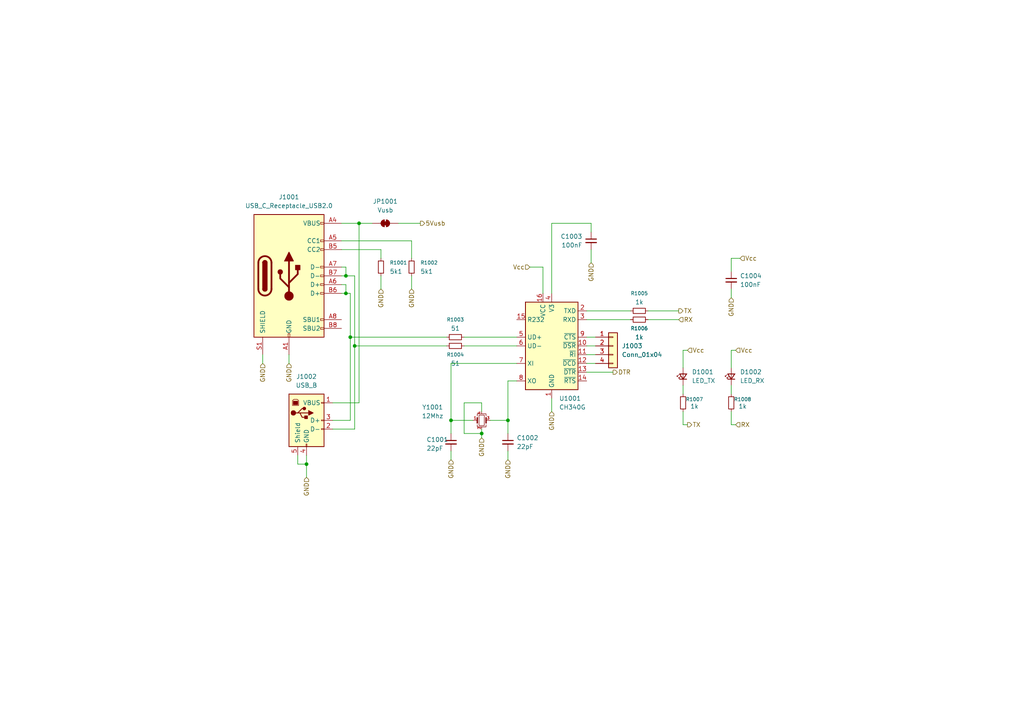
<source format=kicad_sch>
(kicad_sch (version 20250114) (generator "eeschema") (generator_version "9.0")
  (paper "A4")
  (lib_symbols
    (symbol "Connector:USB_B" (pin_names (offset 1.016))
      (property "Reference" "J" (at -5.08 11.43 0))
      (property "Value" "USB_B" (at -5.08 8.89 0))
      (symbol "USB_B_0_1"
        (rectangle (start -5.08 -7.62) (end 5.08 7.62) (stroke (width 0.254)) (fill (type background)))
        (polyline (pts (xy -4.064 4.318) (xy -2.286 4.318) (xy -2.286 5.715) (xy -2.667 6.096) (xy -3.683 6.096) (xy -4.064 5.715) (xy -4.064 4.318)))
        (rectangle (start -3.81 5.588) (end -2.54 4.572) (fill (type outline)))
        (circle (center -3.81 2.159) (radius 0.635) (stroke (width 0.254)) (fill (type outline)))
        (polyline (pts (xy -3.175 2.159) (xy -2.54 2.159) (xy -1.27 3.429) (xy -0.635 3.429)) (stroke (width 0.254)))
        (polyline (pts (xy -2.54 2.159) (xy -1.905 2.159) (xy -1.27 0.889) (xy 0 0.889)) (stroke (width 0.254)))
        (polyline (pts (xy -1.905 2.159) (xy 0.635 2.159)) (stroke (width 0.254)))
        (circle (center -0.635 3.429) (radius 0.381) (stroke (width 0.254)) (fill (type outline)))
        (rectangle (start -0.127 -7.62) (end 0.127 -6.858))
        (rectangle (start 0.254 1.27) (end -0.508 0.508) (stroke (width 0.254)) (fill (type outline)))
        (polyline (pts (xy 0.635 2.794) (xy 0.635 1.524) (xy 1.905 2.159) (xy 0.635 2.794)) (stroke (width 0.254)) (fill (type outline)))
        (rectangle (start 5.08 4.953) (end 4.318 5.207))
        (rectangle (start 5.08 -0.127) (end 4.318 0.127))
        (rectangle (start 5.08 -2.667) (end 4.318 -2.413))
      )
      (symbol "USB_B_1_1"
        (pin passive line (at -2.54 -10.16 90) (length 2.54) (name "Shield") (number "5"))
        (pin power_out line (at 0 -10.16 90) (length 2.54) (name "GND") (number "4"))
        (pin power_out line (at 7.62 5.08 180) (length 2.54) (name "VBUS") (number "1"))
        (pin bidirectional line (at 7.62 0 180) (length 2.54) (name "D+") (number "3"))
        (pin bidirectional line (at 7.62 -2.54 180) (length 2.54) (name "D-") (number "2"))
      )
    )
    (symbol "Connector:USB_C_Receptacle_USB2.0_16P" (pin_names (offset 1.016))
      (property "Reference" "J" (at 0 22.225 0))
      (property "Value" "USB_C_Receptacle_USB2.0_16P" (at 0 19.685 0))
      (symbol "USB_C_Receptacle_USB2.0_16P_0_0"
        (rectangle (start -0.254 -17.78) (end 0.254 -16.764))
        (rectangle (start 10.16 15.494) (end 9.144 14.986))
        (rectangle (start 10.16 10.414) (end 9.144 9.906))
        (rectangle (start 10.16 7.874) (end 9.144 7.366))
        (rectangle (start 10.16 2.794) (end 9.144 2.286))
        (rectangle (start 10.16 0.254) (end 9.144 -0.254))
        (rectangle (start 10.16 -2.286) (end 9.144 -2.794))
        (rectangle (start 10.16 -4.826) (end 9.144 -5.334))
        (rectangle (start 10.16 -12.446) (end 9.144 -12.954))
        (rectangle (start 10.16 -14.986) (end 9.144 -15.494))
      )
      (symbol "USB_C_Receptacle_USB2.0_16P_0_1"
        (rectangle (start -10.16 17.78) (end 10.16 -17.78) (stroke (width 0.254)) (fill (type background)))
        (polyline (pts (xy -8.89 -3.81) (xy -8.89 3.81)) (stroke (width 0.508)))
        (rectangle (start -7.62 -3.81) (end -6.35 3.81) (stroke (width 0.254)) (fill (type outline)))
        (arc (start -7.62 3.81) (mid -6.985 4.4423) (end -6.35 3.81) (stroke (width 0.254)))
        (arc (start -7.62 3.81) (mid -6.985 4.4423) (end -6.35 3.81) (stroke (width 0.254)) (fill (type outline)))
        (arc (start -8.89 3.81) (mid -6.985 5.7067) (end -5.08 3.81) (stroke (width 0.508)))
        (arc (start -5.08 -3.81) (mid -6.985 -5.7067) (end -8.89 -3.81) (stroke (width 0.508)))
        (arc (start -6.35 -3.81) (mid -6.985 -4.4423) (end -7.62 -3.81) (stroke (width 0.254)))
        (arc (start -6.35 -3.81) (mid -6.985 -4.4423) (end -7.62 -3.81) (stroke (width 0.254)) (fill (type outline)))
        (polyline (pts (xy -5.08 3.81) (xy -5.08 -3.81)) (stroke (width 0.508)))
        (circle (center -2.54 1.143) (radius 0.635) (stroke (width 0.254)) (fill (type outline)))
        (polyline (pts (xy -1.27 4.318) (xy 0 6.858) (xy 1.27 4.318) (xy -1.27 4.318)) (stroke (width 0.254)) (fill (type outline)))
        (polyline (pts (xy 0 -2.032) (xy 2.54 0.508) (xy 2.54 1.778)) (stroke (width 0.508)))
        (polyline (pts (xy 0 -3.302) (xy -2.54 -0.762) (xy -2.54 0.508)) (stroke (width 0.508)))
        (polyline (pts (xy 0 -5.842) (xy 0 4.318)) (stroke (width 0.508)))
        (circle (center 0 -5.842) (radius 1.27) (fill (type outline)))
        (rectangle (start 1.905 1.778) (end 3.175 3.048) (stroke (width 0.254)) (fill (type outline)))
      )
      (symbol "USB_C_Receptacle_USB2.0_16P_1_1"
        (pin passive line (at -7.62 -22.86 90) (length 5.08) (name "SHIELD") (number "S1"))
        (pin passive line (at 0 -22.86 90) (length 5.08) (name "GND") (number "A1"))
        (pin passive line (at 0 -22.86 90) (length 5.08) (hide yes) (name "GND") (number "A12"))
        (pin passive line (at 0 -22.86 90) (length 5.08) (hide yes) (name "GND") (number "B1"))
        (pin passive line (at 0 -22.86 90) (length 5.08) (hide yes) (name "GND") (number "B12"))
        (pin passive line (at 15.24 15.24 180) (length 5.08) (name "VBUS") (number "A4"))
        (pin passive line (at 15.24 15.24 180) (length 5.08) (hide yes) (name "VBUS") (number "A9"))
        (pin passive line (at 15.24 15.24 180) (length 5.08) (hide yes) (name "VBUS") (number "B4"))
        (pin passive line (at 15.24 15.24 180) (length 5.08) (hide yes) (name "VBUS") (number "B9"))
        (pin bidirectional line (at 15.24 10.16 180) (length 5.08) (name "CC1") (number "A5"))
        (pin bidirectional line (at 15.24 7.62 180) (length 5.08) (name "CC2") (number "B5"))
        (pin bidirectional line (at 15.24 2.54 180) (length 5.08) (name "D-") (number "A7"))
        (pin bidirectional line (at 15.24 0 180) (length 5.08) (name "D-") (number "B7"))
        (pin bidirectional line (at 15.24 -2.54 180) (length 5.08) (name "D+") (number "A6"))
        (pin bidirectional line (at 15.24 -5.08 180) (length 5.08) (name "D+") (number "B6"))
        (pin bidirectional line (at 15.24 -12.7 180) (length 5.08) (name "SBU1") (number "A8"))
        (pin bidirectional line (at 15.24 -15.24 180) (length 5.08) (name "SBU2") (number "B8"))
      )
    )
    (symbol "Connector_Generic:Conn_01x04" (pin_names (offset 1.016) (hide yes))
      (property "Reference" "J" (at 0 5.08 0))
      (property "Value" "Conn_01x04" (at 0 -7.62 0))
      (symbol "Conn_01x04_1_1"
        (rectangle (start -1.27 3.81) (end 1.27 -6.35) (stroke (width 0.254)) (fill (type background)))
        (rectangle (start -1.27 2.667) (end 0 2.413) (stroke (width 0.1524)))
        (rectangle (start -1.27 0.127) (end 0 -0.127) (stroke (width 0.1524)))
        (rectangle (start -1.27 -2.413) (end 0 -2.667) (stroke (width 0.1524)))
        (rectangle (start -1.27 -4.953) (end 0 -5.207) (stroke (width 0.1524)))
        (pin passive line (at -5.08 2.54 0) (length 3.81) (name "Pin_1") (number "1"))
        (pin passive line (at -5.08 0 0) (length 3.81) (name "Pin_2") (number "2"))
        (pin passive line (at -5.08 -2.54 0) (length 3.81) (name "Pin_3") (number "3"))
        (pin passive line (at -5.08 -5.08 0) (length 3.81) (name "Pin_4") (number "4"))
      )
    )
    (symbol "Device:C_Small" (pin_numbers (hide yes)) (pin_names (offset 0.254) (hide yes))
      (property "Reference" "C" (at 0.254 1.778 0))
      (property "Value" "C_Small" (at 0.254 -2.032 0))
      (symbol "C_Small_0_1"
        (polyline (pts (xy -1.524 0.508) (xy 1.524 0.508)) (stroke (width 0.3048)))
        (polyline (pts (xy -1.524 -0.508) (xy 1.524 -0.508)) (stroke (width 0.3302)))
      )
      (symbol "C_Small_1_1"
        (pin passive line (at 0 2.54 270) (length 2.032) (name "~") (number "1"))
        (pin passive line (at 0 -2.54 90) (length 2.032) (name "~") (number "2"))
      )
    )
    (symbol "Device:Crystal_GND24_Small" (pin_names (offset 1.016) (hide yes))
      (property "Reference" "Y" (at 1.27 4.445 0))
      (property "Value" "Crystal_GND24_Small" (at 1.27 2.54 0))
      (symbol "Crystal_GND24_Small_0_1"
        (polyline (pts (xy -1.27 1.27) (xy -1.27 1.905) (xy 1.27 1.905) (xy 1.27 1.27)))
        (polyline (pts (xy -1.27 -0.762) (xy -1.27 0.762)) (stroke (width 0.381)))
        (polyline (pts (xy -1.27 -1.27) (xy -1.27 -1.905) (xy 1.27 -1.905) (xy 1.27 -1.27)))
        (rectangle (start -0.762 -1.524) (end 0.762 1.524))
        (polyline (pts (xy 1.27 -0.762) (xy 1.27 0.762)) (stroke (width 0.381)))
      )
      (symbol "Crystal_GND24_Small_1_1"
        (pin passive line (at -2.54 0 0) (length 1.27) (name "1") (number "1"))
        (pin passive line (at 0 2.54 270) (length 0.635) (name "4") (number "4"))
        (pin passive line (at 0 -2.54 90) (length 0.635) (name "2") (number "2"))
        (pin passive line (at 2.54 0 180) (length 1.27) (name "3") (number "3"))
      )
    )
    (symbol "Device:LED_Small" (pin_numbers (hide yes)) (pin_names (offset 0.254) (hide yes))
      (property "Reference" "D" (at -1.27 3.175 0))
      (property "Value" "LED_Small" (at -4.445 -2.54 0))
      (symbol "LED_Small_0_1"
        (polyline (pts (xy -0.762 -1.016) (xy -0.762 1.016)) (stroke (width 0.254)))
        (polyline (pts (xy 0 0.762) (xy -0.508 1.27) (xy -0.254 1.27) (xy -0.508 1.27) (xy -0.508 1.016)))
        (polyline (pts (xy 0.508 1.27) (xy 0 1.778) (xy 0.254 1.778) (xy 0 1.778) (xy 0 1.524)))
        (polyline (pts (xy 0.762 -1.016) (xy -0.762 0) (xy 0.762 1.016) (xy 0.762 -1.016)) (stroke (width 0.254)))
        (polyline (pts (xy 1.016 0) (xy -0.762 0)))
      )
      (symbol "LED_Small_1_1"
        (pin passive line (at -2.54 0 0) (length 1.778) (name "K") (number "1"))
        (pin passive line (at 2.54 0 180) (length 1.778) (name "A") (number "2"))
      )
    )
    (symbol "Device:R_Small" (pin_numbers (hide yes)) (pin_names (offset 0.254) (hide yes))
      (property "Reference" "R" (at 0 0 90))
      (property "Value" "R_Small" (at 1.778 0 90))
      (symbol "R_Small_0_1"
        (rectangle (start -0.762 1.778) (end 0.762 -1.778) (stroke (width 0.2032)))
      )
      (symbol "R_Small_1_1"
        (pin passive line (at 0 2.54 270) (length 0.762) (name "~") (number "1"))
        (pin passive line (at 0 -2.54 90) (length 0.762) (name "~") (number "2"))
      )
    )
    (symbol "Interface_USB:CH340G"
      (property "Reference" "U" (at -5.08 13.97 0))
      (property "Value" "CH340G" (at 1.27 13.97 0))
      (symbol "CH340G_0_1"
        (rectangle (start -7.62 12.7) (end 7.62 -12.7) (stroke (width 0.254)) (fill (type background)))
      )
      (symbol "CH340G_1_1"
        (pin input line (at -10.16 7.62 0) (length 2.54) (name "R232") (number "15"))
        (pin bidirectional line (at -10.16 2.54 0) (length 2.54) (name "UD+") (number "5"))
        (pin bidirectional line (at -10.16 0 0) (length 2.54) (name "UD-") (number "6"))
        (pin input line (at -10.16 -5.08 0) (length 2.54) (name "XI") (number "7"))
        (pin output line (at -10.16 -10.16 0) (length 2.54) (name "XO") (number "8"))
        (pin power_in line (at -2.54 15.24 270) (length 2.54) (name "VCC") (number "16"))
        (pin power_out line (at 0 15.24 270) (length 2.54) (name "V3") (number "4"))
        (pin power_in line (at 0 -15.24 90) (length 2.54) (name "GND") (number "1"))
        (pin output line (at 10.16 10.16 180) (length 2.54) (name "TXD") (number "2"))
        (pin input line (at 10.16 7.62 180) (length 2.54) (name "RXD") (number "3"))
        (pin input line (at 10.16 2.54 180) (length 2.54) (name "~{CTS}") (number "9"))
        (pin input line (at 10.16 0 180) (length 2.54) (name "~{DSR}") (number "10"))
        (pin input line (at 10.16 -2.54 180) (length 2.54) (name "~{RI}") (number "11"))
        (pin input line (at 10.16 -5.08 180) (length 2.54) (name "~{DCD}") (number "12"))
        (pin output line (at 10.16 -7.62 180) (length 2.54) (name "~{DTR}") (number "13"))
        (pin output line (at 10.16 -10.16 180) (length 2.54) (name "~{RTS}") (number "14"))
      )
    )
    (symbol "Jumper:SolderJumper_2_Bridged" (pin_numbers (hide yes)) (pin_names (offset 0) (hide yes)) (in_bom no)
      (property "Reference" "JP" (at 0 2.032 0))
      (property "Value" "SolderJumper_2_Bridged" (at 0 -2.54 0))
      (symbol "SolderJumper_2_Bridged_0_1"
        (rectangle (start -0.508 0.508) (end 0.508 -0.508) (fill (type outline)))
        (polyline (pts (xy -0.254 1.016) (xy -0.254 -1.016)))
        (arc (start -0.254 -1.016) (mid -1.2656 0) (end -0.254 1.016))
        (arc (start -0.254 -1.016) (mid -1.2656 0) (end -0.254 1.016) (fill (type outline)))
        (arc (start 0.254 1.016) (mid 1.2656 0) (end 0.254 -1.016))
        (arc (start 0.254 1.016) (mid 1.2656 0) (end 0.254 -1.016) (fill (type outline)))
        (polyline (pts (xy 0.254 1.016) (xy 0.254 -1.016)))
      )
      (symbol "SolderJumper_2_Bridged_1_1"
        (pin passive line (at -3.81 0 0) (length 2.54) (name "A") (number "1"))
        (pin passive line (at 3.81 0 180) (length 2.54) (name "B") (number "2"))
      )
    )
  )
  (junction (at 139.7 125.73))
  (junction (at 88.9 134.62))
  (junction (at 100.33 80.01))
  (junction (at 101.6 97.79))
  (junction (at 147.32 121.92))
  (junction (at 104.14 64.77))
  (junction (at 100.33 85.09))
  (junction (at 102.87 100.33))
  (junction (at 130.81 121.92))
  (wire (pts (xy 212.09 119.38) (xy 212.09 123.19)))
  (wire (pts (xy 86.36 134.62) (xy 88.9 134.62)))
  (wire (pts (xy 139.7 125.73) (xy 139.7 127)))
  (wire (pts (xy 104.14 64.77) (xy 107.95 64.77)))
  (wire (pts (xy 212.09 111.76) (xy 212.09 114.3)))
  (wire (pts (xy 147.32 130.81) (xy 147.32 133.35)))
  (wire (pts (xy 170.18 97.79) (xy 172.72 97.79)))
  (wire (pts (xy 170.18 92.71) (xy 182.88 92.71)))
  (wire (pts (xy 142.24 121.92) (xy 147.32 121.92)))
  (wire (pts (xy 198.12 123.19) (xy 199.39 123.19)))
  (wire (pts (xy 147.32 121.92) (xy 147.32 125.73)))
  (wire (pts (xy 83.82 102.87) (xy 83.82 105.41)))
  (wire (pts (xy 119.38 69.85) (xy 119.38 74.93)))
  (wire (pts (xy 104.14 64.77) (xy 104.14 116.84)))
  (wire (pts (xy 104.14 116.84) (xy 96.52 116.84)))
  (wire (pts (xy 171.45 64.77) (xy 171.45 67.31)))
  (wire (pts (xy 102.87 100.33) (xy 102.87 124.46)))
  (wire (pts (xy 212.09 123.19) (xy 213.36 123.19)))
  (wire (pts (xy 101.6 121.92) (xy 101.6 97.79)))
  (wire (pts (xy 88.9 132.08) (xy 88.9 134.62)))
  (wire (pts (xy 157.48 85.09) (xy 157.48 77.47)))
  (wire (pts (xy 212.09 74.93) (xy 212.09 78.74)))
  (wire (pts (xy 170.18 102.87) (xy 172.72 102.87)))
  (wire (pts (xy 170.18 100.33) (xy 172.72 100.33)))
  (wire (pts (xy 130.81 105.41) (xy 149.86 105.41)))
  (wire (pts (xy 187.96 90.17) (xy 196.85 90.17)))
  (wire (pts (xy 76.2 102.87) (xy 76.2 105.41)))
  (wire (pts (xy 134.62 125.73) (xy 139.7 125.73)))
  (wire (pts (xy 153.67 77.47) (xy 157.48 77.47)))
  (wire (pts (xy 102.87 100.33) (xy 129.54 100.33)))
  (wire (pts (xy 102.87 80.01) (xy 102.87 100.33)))
  (wire (pts (xy 100.33 85.09) (xy 99.06 85.09)))
  (wire (pts (xy 96.52 121.92) (xy 101.6 121.92)))
  (wire (pts (xy 198.12 111.76) (xy 198.12 114.3)))
  (wire (pts (xy 187.96 92.71) (xy 196.85 92.71)))
  (wire (pts (xy 119.38 80.01) (xy 119.38 83.82)))
  (wire (pts (xy 86.36 132.08) (xy 86.36 134.62)))
  (wire (pts (xy 99.06 77.47) (xy 100.33 77.47)))
  (wire (pts (xy 110.49 72.39) (xy 99.06 72.39)))
  (wire (pts (xy 130.81 121.92) (xy 130.81 125.73)))
  (wire (pts (xy 139.7 116.84) (xy 134.62 116.84)))
  (wire (pts (xy 139.7 119.38) (xy 139.7 116.84)))
  (wire (pts (xy 134.62 116.84) (xy 134.62 125.73)))
  (wire (pts (xy 160.02 64.77) (xy 171.45 64.77)))
  (wire (pts (xy 160.02 115.57) (xy 160.02 119.38)))
  (wire (pts (xy 130.81 130.81) (xy 130.81 133.35)))
  (wire (pts (xy 119.38 69.85) (xy 99.06 69.85)))
  (wire (pts (xy 212.09 83.82) (xy 212.09 86.36)))
  (wire (pts (xy 88.9 134.62) (xy 88.9 138.43)))
  (wire (pts (xy 101.6 97.79) (xy 129.54 97.79)))
  (wire (pts (xy 212.09 106.68) (xy 212.09 101.6)))
  (wire (pts (xy 130.81 105.41) (xy 130.81 121.92)))
  (wire (pts (xy 110.49 80.01) (xy 110.49 83.82)))
  (wire (pts (xy 212.09 101.6) (xy 213.36 101.6)))
  (wire (pts (xy 115.57 64.77) (xy 121.92 64.77)))
  (wire (pts (xy 147.32 110.49) (xy 147.32 121.92)))
  (wire (pts (xy 99.06 64.77) (xy 104.14 64.77)))
  (wire (pts (xy 100.33 80.01) (xy 102.87 80.01)))
  (wire (pts (xy 198.12 119.38) (xy 198.12 123.19)))
  (wire (pts (xy 170.18 90.17) (xy 182.88 90.17)))
  (wire (pts (xy 130.81 121.92) (xy 137.16 121.92)))
  (wire (pts (xy 160.02 64.77) (xy 160.02 85.09)))
  (wire (pts (xy 100.33 77.47) (xy 100.33 80.01)))
  (wire (pts (xy 171.45 72.39) (xy 171.45 76.2)))
  (wire (pts (xy 101.6 97.79) (xy 101.6 85.09)))
  (wire (pts (xy 198.12 101.6) (xy 199.39 101.6)))
  (wire (pts (xy 170.18 105.41) (xy 172.72 105.41)))
  (wire (pts (xy 134.62 100.33) (xy 149.86 100.33)))
  (wire (pts (xy 198.12 106.68) (xy 198.12 101.6)))
  (wire (pts (xy 99.06 82.55) (xy 100.33 82.55)))
  (wire (pts (xy 110.49 72.39) (xy 110.49 74.93)))
  (wire (pts (xy 147.32 110.49) (xy 149.86 110.49)))
  (wire (pts (xy 214.63 74.93) (xy 212.09 74.93)))
  (wire (pts (xy 101.6 85.09) (xy 100.33 85.09)))
  (wire (pts (xy 102.87 124.46) (xy 96.52 124.46)))
  (wire (pts (xy 139.7 124.46) (xy 139.7 125.73)))
  (wire (pts (xy 170.18 107.95) (xy 177.8 107.95)))
  (wire (pts (xy 100.33 82.55) (xy 100.33 85.09)))
  (wire (pts (xy 99.06 80.01) (xy 100.33 80.01)))
  (wire (pts (xy 134.62 97.79) (xy 149.86 97.79)))
  (hierarchical_label "Vcc" (shape input) (at 214.63 74.93 0))
  (hierarchical_label "GND" (shape input) (at 171.45 76.2 270))
  (hierarchical_label "GND" (shape input) (at 119.38 83.82 270))
  (hierarchical_label "GND" (shape input) (at 139.7 127 270))
  (hierarchical_label "RX" (shape input) (at 196.85 92.71 0))
  (hierarchical_label "GND" (shape input) (at 110.49 83.82 270))
  (hierarchical_label "GND" (shape input) (at 212.09 86.36 270))
  (hierarchical_label "GND" (shape input) (at 76.2 105.41 270))
  (hierarchical_label "GND" (shape input) (at 88.9 138.43 270))
  (hierarchical_label "Vcc" (shape input) (at 199.39 101.6 0))
  (hierarchical_label "GND" (shape input) (at 147.32 133.35 270))
  (hierarchical_label "GND" (shape input) (at 83.82 105.41 270))
  (hierarchical_label "Vcc" (shape input) (at 213.36 101.6 0))
  (hierarchical_label "GND" (shape input) (at 130.81 133.35 270))
  (hierarchical_label "5Vusb" (shape output) (at 121.92 64.77 0))
  (hierarchical_label "RX" (shape input) (at 213.36 123.19 0))
  (hierarchical_label "Vcc" (shape input) (at 153.67 77.47 180))
  (hierarchical_label "TX" (shape output) (at 196.85 90.17 0))
  (hierarchical_label "GND" (shape input) (at 160.02 119.38 270))
  (hierarchical_label "DTR" (shape output) (at 177.8 107.95 0))
  (hierarchical_label "TX" (shape output) (at 199.39 123.19 0))
  (symbol (lib_id "Device:R_Small") (at 198.12 116.84 180) (unit 1)
    (property "Reference" "R1007" (at 201.422 115.824 0) (effects (font (size 1.016 1.016))))
    (property "Value" "1k" (at 201.422 117.856 0))
    (property "Footprint" "Resistor_SMD:R_0805_2012Metric" (effects (hide yes)))
    (property "Description" "Resistor, small symbol" (effects (hide yes)))
  )
  (symbol (lib_id "Device:R_Small") (at 119.38 77.47 0) (unit 1)
    (property "Reference" "R1002" (at 121.92 76.1999 0) (effects (font (size 1.016 1.016)) (justify left)))
    (property "Value" "5k1" (at 121.92 78.7399 0) (effects (justify left)))
    (property "Footprint" "Resistor_SMD:R_0805_2012Metric" (effects (hide yes)))
    (property "Description" "Resistor, small symbol" (effects (hide yes)))
  )
  (symbol (lib_id "Device:R_Small") (at 110.49 77.47 0) (unit 1)
    (property "Reference" "R1001" (at 113.03 76.1999 0) (effects (font (size 1.016 1.016)) (justify left)))
    (property "Value" "5k1" (at 113.03 78.7399 0) (effects (justify left)))
    (property "Footprint" "Resistor_SMD:R_0805_2012Metric" (effects (hide yes)))
    (property "Description" "Resistor, small symbol" (effects (hide yes)))
  )
  (symbol (lib_id "Device:Crystal_GND24_Small") (at 139.7 121.92 0) (unit 1)
    (property "Reference" "Y1001" (at 125.476 118.11 0))
    (property "Value" "12Mhz" (at 125.476 120.65 0))
    (property "Footprint" "Crystal:Crystal_SMD_Abracon_ABM8G-4Pin_3.2x2.5mm" (effects (hide yes)))
    (property "Description" "Four pin crystal, GND on pins 2 and 4, small symbol" (effects (hide yes)))
  )
  (symbol (lib_id "Device:C_Small") (at 171.45 69.85 0) (mirror y) (unit 1)
    (property "Reference" "C1003" (at 168.91 68.5862 0) (effects (justify left)))
    (property "Value" "100nF" (at 168.91 71.1262 0) (effects (justify left)))
    (property "Footprint" "Capacitor_SMD:C_0805_2012Metric" (effects (hide yes)))
    (property "Description" "Unpolarized capacitor, small symbol" (effects (hide yes)))
  )
  (symbol (lib_id "Device:C_Small") (at 130.81 128.27 0) (unit 1)
    (property "Reference" "C1001" (at 123.698 127.508 0) (effects (justify left)))
    (property "Value" "22pF" (at 123.698 130.048 0) (effects (justify left)))
    (property "Footprint" "Capacitor_SMD:C_0805_2012Metric" (effects (hide yes)))
    (property "Description" "Unpolarized capacitor, small symbol" (effects (hide yes)))
  )
  (symbol (lib_id "Device:C_Small") (at 212.09 81.28 0) (unit 1)
    (property "Reference" "C1004" (at 214.63 80.0162 0) (effects (justify left)))
    (property "Value" "100nF" (at 214.63 82.5562 0) (effects (justify left)))
    (property "Footprint" "Capacitor_SMD:C_0805_2012Metric" (effects (hide yes)))
    (property "Description" "Unpolarized capacitor, small symbol" (effects (hide yes)))
  )
  (symbol (lib_id "Device:R_Small") (at 185.42 90.17 90) (unit 1)
    (property "Reference" "R1005" (at 185.42 85.09 90) (effects (font (size 1.016 1.016))))
    (property "Value" "1k" (at 185.42 87.63 90))
    (property "Footprint" "Resistor_SMD:R_0805_2012Metric" (effects (hide yes)))
    (property "Description" "Resistor, small symbol" (effects (hide yes)))
  )
  (symbol (lib_id "Connector_Generic:Conn_01x04") (at 177.8 100.33 0) (unit 1)
    (property "Reference" "J1003" (at 180.34 100.3299 0) (effects (justify left)))
    (property "Value" "Conn_01x04" (at 180.34 102.8699 0) (effects (justify left)))
    (property "Footprint" "Connector_PinHeader_2.54mm:PinHeader_1x04_P2.54mm_Vertical" (effects (hide yes)))
    (property "Description" "Generic connector, single row, 01x04, script generated (kicad-library-utils/schlib/autogen/connector/)" (effects (hide yes)))
  )
  (symbol (lib_id "Device:R_Small") (at 132.08 100.33 90) (unit 1)
    (property "Reference" "R1004" (at 132.08 102.87 90) (effects (font (size 1.016 1.016))))
    (property "Value" "51" (at 132.08 105.41 90))
    (property "Footprint" "Resistor_SMD:R_0805_2012Metric" (effects (hide yes)))
    (property "Description" "Resistor, small symbol" (effects (hide yes)))
  )
  (symbol (lib_id "Connector:USB_C_Receptacle_USB2.0_16P") (at 83.82 80.01 0) (unit 1)
    (property "Reference" "J1001" (at 83.82 57.15 0))
    (property "Value" "USB_C_Receptacle_USB2.0" (at 83.82 59.69 0))
    (property "Footprint" "Connector_USB:USB_C_Receptacle_G-Switch_GT-USB-7010ASV" (effects (hide yes)))
    (property "Datasheet" "https://www.usb.org/sites/default/files/documents/usb_type-c.zip" (effects (hide yes)))
    (property "Description" "USB 2.0-only 16P Type-C Receptacle connector" (effects (hide yes)))
  )
  (symbol (lib_id "Connector:USB_B") (at 88.9 121.92 0) (unit 1)
    (property "Reference" "J1002" (at 88.9 109.22 0))
    (property "Value" "USB_B" (at 88.9 111.76 0))
    (property "Footprint" "Connector_USB:USB_B_OST_USB-B1HSxx_Horizontal" (effects (hide yes)))
    (property "Description" "USB Type B connector" (effects (hide yes)))
  )
  (symbol (lib_id "Device:R_Small") (at 132.08 97.79 90) (unit 1)
    (property "Reference" "R1003" (at 132.08 92.71 90) (effects (font (size 1.016 1.016))))
    (property "Value" "51" (at 132.08 95.25 90))
    (property "Footprint" "Resistor_SMD:R_0805_2012Metric" (effects (hide yes)))
    (property "Description" "Resistor, small symbol" (effects (hide yes)))
  )
  (symbol (lib_id "Jumper:SolderJumper_2_Bridged") (at 111.76 64.77 0) (unit 1) (in_bom no)
    (property "Reference" "JP1001" (at 111.76 58.42 0))
    (property "Value" "Vusb" (at 111.76 60.96 0))
    (property "Footprint" "Jumper:SolderJumper-2_P1.3mm_Bridged2Bar_RoundedPad1.0x1.5mm" (effects (hide yes)))
    (property "Description" "Solder Jumper, 2-pole, closed/bridged" (effects (hide yes)))
  )
  (symbol (lib_id "Device:R_Small") (at 212.09 116.84 180) (unit 1)
    (property "Reference" "R1008" (at 215.392 115.824 0) (effects (font (size 1.016 1.016))))
    (property "Value" "1k" (at 215.392 117.856 0))
    (property "Footprint" "Resistor_SMD:R_0805_2012Metric" (effects (hide yes)))
    (property "Description" "Resistor, small symbol" (effects (hide yes)))
  )
  (symbol (lib_id "Device:LED_Small") (at 212.09 109.22 90) (unit 1)
    (property "Reference" "D1002" (at 214.63 107.8864 90) (effects (justify right)))
    (property "Value" "LED_RX" (at 214.63 110.4264 90) (effects (justify right)))
    (property "Footprint" "Diode_SMD:D_0805_2012Metric" (effects (hide yes)))
    (property "Description" "Light emitting diode, small symbol" (effects (hide yes)))
    (property "Sim.Pin" "1=K 2=A" (effects (hide yes)))
  )
  (symbol (lib_id "Interface_USB:CH340G") (at 160.02 100.33 0) (unit 1)
    (property "Reference" "U1001" (at 162.1633 115.57 0) (effects (justify left)))
    (property "Value" "CH340G" (at 162.1633 118.11 0) (effects (justify left)))
    (property "Footprint" "Package_SO:SOIC-16_3.9x9.9mm_P1.27mm" (effects (hide yes)))
    (property "Datasheet" "http://www.datasheet5.com/pdf-local-2195953" (effects (hide yes)))
    (property "Description" "USB serial converter, UART, SOIC-16" (effects (hide yes)))
  )
  (symbol (lib_id "Device:LED_Small") (at 198.12 109.22 90) (unit 1)
    (property "Reference" "D1001" (at 200.66 107.8864 90) (effects (justify right)))
    (property "Value" "LED_TX" (at 200.66 110.4264 90) (effects (justify right)))
    (property "Footprint" "Diode_SMD:D_0805_2012Metric" (effects (hide yes)))
    (property "Description" "Light emitting diode, small symbol" (effects (hide yes)))
    (property "Sim.Pin" "1=K 2=A" (effects (hide yes)))
  )
  (symbol (lib_id "Device:C_Small") (at 147.32 128.27 0) (unit 1)
    (property "Reference" "C1002" (at 149.86 127.0062 0) (effects (justify left)))
    (property "Value" "22pF" (at 149.86 129.5462 0) (effects (justify left)))
    (property "Footprint" "Capacitor_SMD:C_0805_2012Metric" (effects (hide yes)))
    (property "Description" "Unpolarized capacitor, small symbol" (effects (hide yes)))
  )
  (symbol (lib_id "Device:R_Small") (at 185.42 92.71 90) (unit 1)
    (property "Reference" "R1006" (at 185.42 95.25 90) (effects (font (size 1.016 1.016))))
    (property "Value" "1k" (at 185.42 97.79 90))
    (property "Footprint" "Resistor_SMD:R_0805_2012Metric" (effects (hide yes)))
    (property "Description" "Resistor, small symbol" (effects (hide yes)))
  )
)
</source>
